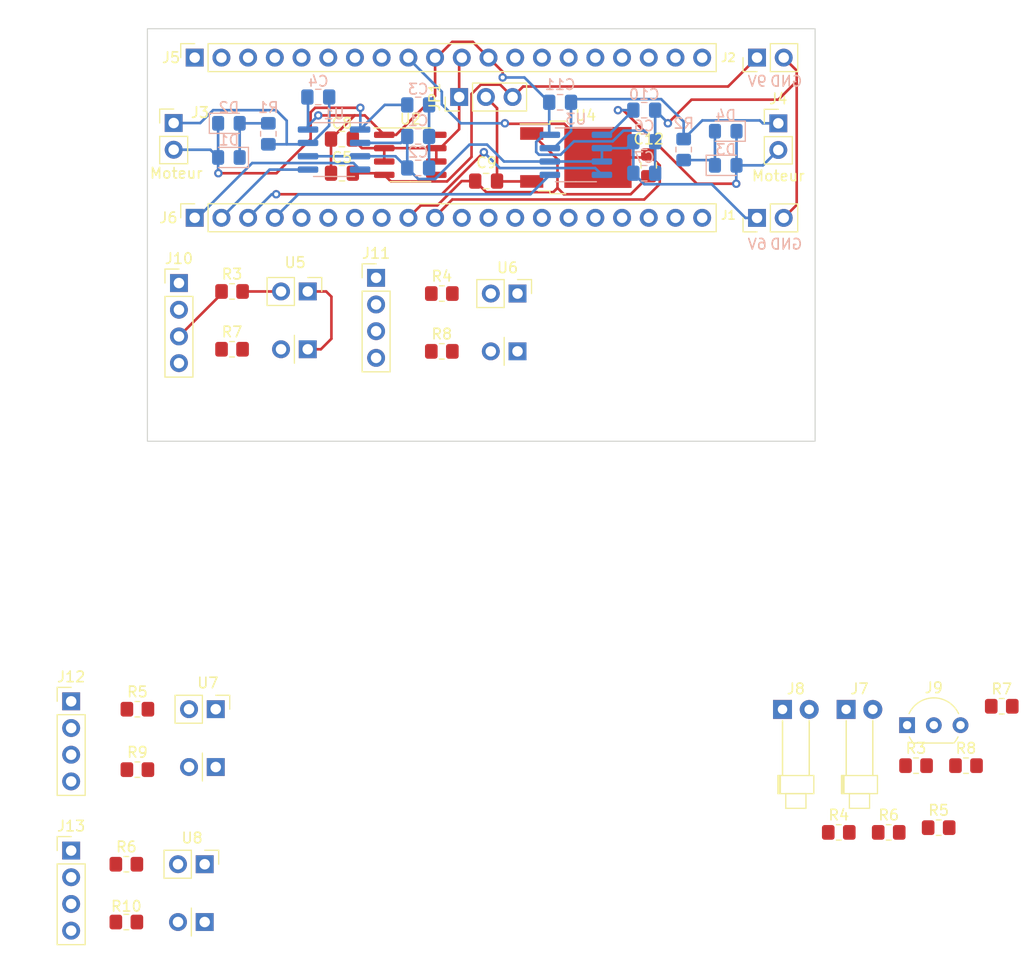
<source format=kicad_pcb>
(kicad_pcb (version 20211014) (generator pcbnew)
  (layers (0 "F.Cu" signal) (1 "In1.Cu" signal) (2 "In2.Cu" signal) (31 "B.Cu" signal) (34 "B.Paste" user) (35 "F.Paste" user) (36 "B.SilkS" user "B.Silkscreen") (37 "F.SilkS" user "F.Silkscreen") (38 "B.Mask" user) (39 "F.Mask" user) (44 "Edge.Cuts" user))
  (net 0 "")
  (net 1 "/Carte Mere/6V")
  (net 2 "GND")
  (net 3 "Net-(C3-Pad1)")
  (net 4 "Net-(C4-Pad1)")
  (net 5 "/Carte Mere/9V")
  (net 6 "/Carte Mere/5V")
  (net 7 "Net-(C9-Pad1)")
  (net 8 "Net-(C10-Pad1)")
  (net 9 "Net-(C11-Pad1)")
  (net 10 "/Carte Mere/3.3V")
  (net 11 "Net-(D1-Pad1)")
  (net 12 "Net-(D3-Pad1)")
  (net 13 "/Carte Mere/P31_RX")
  (net 14 "/Carte Mere/P30_TX")
  (net 15 "/Carte Mere/P0")
  (net 16 "/Carte Mere/P1")
  (net 20 "Net-(J8-Pad1)")
  (net 22 "Net-(J8-Pad2)")
  (net 24 "Net-(J9-Pad1)")
  (net 26 "Net-(J9-Pad2)")
  (net 28 "Net-(J10-Pad1)")
  (net 30 "Net-(J10-Pad2)")
  (net 31 "/Capteur/P5")
  (net 32 "Net-(R3-Pad2)")
  (net 33 "/Capteur/P6")
  (net 34 "Net-(R4-Pad2)")
  (net 36 "/Carte Mere/P2")
  (net 37 "/Carte Mere/P3")
  (net 38 "/Carte Mere/P29_SDA")
  (net 39 "/Carte Mere/P28_SCL")
  (net 40 "/Carte Mere/P27")
  (net 41 "/Carte Mere/P26")
  (net 42 "/Carte Mere/P25")
  (net 43 "/Carte Mere/P24")
  (net 44 "/Carte Mere/P23")
  (net 45 "/Carte Mere/P22")
  (net 46 "/Carte Mere/P21")
  (net 47 "/Carte Mere/P20")
  (net 48 "/Carte Mere/P19")
  (net 49 "/Carte Mere/P18")
  (net 50 "/Carte Mere/P17")
  (net 51 "/Carte Mere/P16")
  (net 52 "/Carte Mere/P4")
  (net 53 "/Carte Mere/P5")
  (net 54 "/Carte Mere/P6")
  (net 55 "/Carte Mere/P7")
  (net 56 "/Carte Mere/RESET")
  (net 57 "/Carte Mere/P8")
  (net 58 "/Carte Mere/P9")
  (net 59 "/Carte Mere/P10")
  (net 60 "/Carte Mere/P11")
  (net 61 "/Carte Mere/P12")
  (net 62 "/Carte Mere/P13")
  (net 63 "/Carte Mere/P14")
  (net 64 "/Carte Mere/P15")
  (net 65 "/Capteur/P7")
  (net 66 "Net-(R5-Pad2)")
  (net 67 "/Capteur/A0")
  (net 68 "/Capteur/5V")
  (net 69 "/Capteur/P4")
  (net 76 "Net-(R6-Pad2)")
  (net 77 "/Capteur/A1")
  (net 78 "/Capteur/A2")
  (net 79 "/Capteur/A3")
  (footprint "Resistor_SMD:R_0805_2012Metric_Pad1.20x1.40mm_HandSolder" (layer "F.Cu") (at 176.6 119.87)
    (fp_text reference "R8")
    (fp_text value "10kΩ")
  )
  (footprint "Resistor_SMD:R_0805_2012Metric_Pad1.20x1.40mm_HandSolder" (layer "F.Cu") (at 164.5 126.22)
    (fp_text reference "R4")
    (fp_text value "10kΩ")
  )
  (footprint "Connector_PinHeader_2.54mm:PinHeader_1x02_P2.54mm_Vertical" (layer "F.Cu") (at 156.725 67.75 90)
    (fp_text reference "J1")
    (fp_text value "Alim 6V")
  )
  (footprint "Connector_PinHeader_2.54mm:PinHeader_1x02_P2.54mm_Vertical" (layer "F.Cu") (at 156.725 52.5 90)
    (fp_text reference "J2")
    (fp_text value "Alim 9V")
  )
  (footprint "Resistor_SMD:R_0805_2012Metric_Pad1.20x1.40mm_HandSolder" (layer "F.Cu") (at 96.75 129.25)
    (fp_text reference "R6")
    (fp_text value "500Ω")
  )
  (footprint "Connector_PinHeader_2.54mm:PinHeader_1x04_P2.54mm_Vertical" (layer "F.Cu") (at 91.5 127.95)
    (fp_text reference "J13")
    (fp_text value "Conn_01x04_Male")
  )
  (footprint "Package_SO:SOIC-8_3.9x4.9mm_P1.27mm" (layer "F.Cu") (at 123.75 61.75)
    (fp_text reference "U2")
    (fp_text value "MC33269DR2-5.0G")
  )
  (footprint "Connector_PinHeader_2.54mm:PinHeader_1x04_P2.54mm_Vertical" (layer "F.Cu") (at 91.5 113.75)
    (fp_text reference "J12")
    (fp_text value "Conn_01x04_Male")
  )
  (footprint "Resistor_SMD:R_0805_2012Metric_Pad1.20x1.40mm_HandSolder" (layer "F.Cu") (at 174 125.77)
    (fp_text reference "R5")
    (fp_text value "500Ω")
  )
  (footprint "Connector_PinHeader_2.54mm:PinHeader_1x04_P2.54mm_Vertical" (layer "F.Cu") (at 101.75 73.95)
    (fp_text reference "J10")
    (fp_text value "Conn_01x04_Male")
  )
  (footprint "Capacitor_SMD:C_0805_2012Metric_Pad1.18x1.45mm_HandSolder" (layer "F.Cu") (at 146.425 62.75 -90)
    (fp_text reference "C12")
    (fp_text value "10uf")
  )
  (footprint "Capacitor_SMD:C_0805_2012Metric_Pad1.18x1.45mm_HandSolder" (layer "F.Cu") (at 117.25 60.25 180)
    (fp_text reference "C8")
    (fp_text value "10uf")
  )
  (footprint "Connector_PinHeader_2.54mm:PinHeader_1x02_P2.54mm_Vertical" (layer "F.Cu") (at 158.75 58.75)
    (fp_text reference "J4")
    (fp_text value "Moteur")
  )
  (footprint "Capacitor_SMD:C_0805_2012Metric_Pad1.18x1.45mm_HandSolder" (layer "F.Cu") (at 130.9625 64.25 180)
    (fp_text reference "C9")
    (fp_text value "100nf")
  )
  (footprint "Connector_PinSocket_2.54mm:PinSocket_1x20_P2.54mm_Vertical" (layer "F.Cu") (at 103.25 52.5 90)
    (fp_text reference "J5")
    (fp_text value "01x20_Female")
  )
  (footprint "Resistor_SMD:R_0805_2012Metric_Pad1.20x1.40mm_HandSolder" (layer "F.Cu") (at 106.8 80.25)
    (fp_text reference "R7")
    (fp_text value "10kΩ")
  )
  (footprint "Connector_PinHeader_2.54mm:PinHeader_1x04_P2.54mm_Vertical" (layer "F.Cu") (at 120.5 73.45)
    (fp_text reference "J11")
    (fp_text value "Conn_01x04_Male")
  )
  (footprint "Connector_PinHeader_2.54mm:PinHeader_1x03_P2.54mm_Vertical" (layer "F.Cu") (at 128.4 56.25 90)
    (fp_text reference "JP1")
    (fp_text value "Jumper_3_Bridge")
  )
  (footprint "Resistor_SMD:R_0805_2012Metric_Pad1.20x1.40mm_HandSolder" (layer "F.Cu") (at 126.75 74.95)
    (fp_text reference "R4")
    (fp_text value "500Ω")
  )
  (footprint "Resistor_SMD:R_0805_2012Metric_Pad1.20x1.40mm_HandSolder" (layer "F.Cu") (at 180 114.22)
    (fp_text reference "R7")
    (fp_text value "500Ω")
  )
  (footprint "Resistor_SMD:R_0805_2012Metric_Pad1.20x1.40mm_HandSolder" (layer "F.Cu") (at 171.85 119.87)
    (fp_text reference "R3")
    (fp_text value "500Ω")
  )
  (footprint "Library:tcrt5000" (layer "F.Cu") (at 107.98 132.12 -90)
    (fp_text reference "U8")
    (fp_text value "TCRT5000")
  )
  (footprint "Library:tcrt5000" (layer "F.Cu") (at 117.78 77.62 -90)
    (fp_text reference "U5")
    (fp_text value "TCRT5000")
  )
  (footprint "Resistor_SMD:R_0805_2012Metric_Pad1.20x1.40mm_HandSolder" (layer "F.Cu") (at 97.8 120.25)
    (fp_text reference "R9")
    (fp_text value "10kΩ")
  )
  (footprint "Connector_PinSocket_2.54mm:PinSocket_1x20_P2.54mm_Vertical" (layer "F.Cu") (at 103.25 67.74 90)
    (fp_text reference "J6")
    (fp_text value "01x20_Female")
  )
  (footprint "LED_THT:LED_D1.8mm_W1.8mm_H2.4mm_Horizontal_O6.35mm_Z8.2mm" (layer "F.Cu") (at 159.15 114.52)
    (fp_text reference "J8")
    (fp_text value "IR204")
  )
  (footprint "Library:tcrt5000" (layer "F.Cu") (at 137.73 77.82 -90)
    (fp_text reference "U6")
    (fp_text value "TCRT5000")
  )
  (footprint "Resistor_SMD:R_0805_2012Metric_Pad1.20x1.40mm_HandSolder" (layer "F.Cu") (at 96.75 134.75)
    (fp_text reference "R10")
    (fp_text value "10kΩ")
  )
  (footprint "Package_TO_SOT_THT:TO-92L_Inline_Wide" (layer "F.Cu") (at 171 116.02)
    (fp_text reference "J9")
    (fp_text value "TL1838")
  )
  (footprint "Resistor_SMD:R_0805_2012Metric_Pad1.20x1.40mm_HandSolder" (layer "F.Cu") (at 97.8 114.5)
    (fp_text reference "R5")
    (fp_text value "500Ω")
  )
  (footprint "LED_THT:LED_D1.8mm_W1.8mm_H2.4mm_Horizontal_O6.35mm_Z8.2mm" (layer "F.Cu") (at 165.2 114.52)
    (fp_text reference "J7")
    (fp_text value "IR204")
  )
  (footprint "Resistor_SMD:R_0805_2012Metric_Pad1.20x1.40mm_HandSolder" (layer "F.Cu") (at 106.8 74.75)
    (fp_text reference "R3")
    (fp_text value "500Ω")
  )
  (footprint "Library:tcrt5000" (layer "F.Cu") (at 109.03 117.37 -90)
    (fp_text reference "U7")
    (fp_text value "TCRT5000")
  )
  (footprint "Resistor_SMD:R_0805_2012Metric_Pad1.20x1.40mm_HandSolder" (layer "F.Cu") (at 169.25 126.22)
    (fp_text reference "R6")
    (fp_text value "10kΩ")
  )
  (footprint "Connector_PinHeader_2.54mm:PinHeader_1x02_P2.54mm_Vertical" (layer "F.Cu") (at 101.25 58.725)
    (fp_text reference "J3")
    (fp_text value "Moteur")
  )
  (footprint "Capacitor_SMD:C_0805_2012Metric_Pad1.18x1.45mm_HandSolder" (layer "F.Cu") (at 117.25 63.5 180)
    (fp_text reference "C5")
    (fp_text value "0.33uf")
  )
  (footprint "Resistor_SMD:R_0805_2012Metric_Pad1.20x1.40mm_HandSolder" (layer "F.Cu") (at 126.75 80.45)
    (fp_text reference "R8")
    (fp_text value "10kΩ")
  )
  (footprint "Package_TO_SOT_SMD:TO-252-2" (layer "F.Cu") (at 139.5 62)
    (fp_text reference "U4")
    (fp_text value "LD1117S33TR_SOT223")
  )
  (footprint "Diode_SMD:D_0805_2012Metric_Pad1.15x1.40mm_HandSolder" (layer "B.Cu") (at 106.5 58.75)
    (fp_text reference "D2")
    (fp_text value "Rouge")
  )
  (footprint "Capacitor_SMD:C_0805_2012Metric_Pad1.18x1.45mm_HandSolder" (layer "B.Cu") (at 146 63.5)
    (fp_text reference "C7")
    (fp_text value "1uf")
  )
  (footprint "Package_SO:SOIC-8_3.9x4.9mm_P1.27mm" (layer "B.Cu") (at 116.5 61.25 180)
    (fp_text reference "U1")
    (fp_text value "ZXBM5210-S")
  )
  (footprint "Diode_SMD:D_0805_2012Metric_Pad1.15x1.40mm_HandSolder" (layer "B.Cu") (at 106.5 62 180)
    (fp_text reference "D1")
    (fp_text value "Verte")
  )
  (footprint "Capacitor_SMD:C_0805_2012Metric_Pad1.18x1.45mm_HandSolder" (layer "B.Cu") (at 138 56.75 180)
    (fp_text reference "C11")
    (fp_text value "0.1uf")
  )
  (footprint "Capacitor_SMD:C_0805_2012Metric_Pad1.18x1.45mm_HandSolder" (layer "B.Cu") (at 124.5 60)
    (fp_text reference "C1")
    (fp_text value "1uf")
  )
  (footprint "Capacitor_SMD:C_0805_2012Metric_Pad1.18x1.45mm_HandSolder" (layer "B.Cu") (at 124.5 57)
    (fp_text reference "C3")
    (fp_text value "0.1uf")
  )
  (footprint "Diode_SMD:D_0805_2012Metric_Pad1.15x1.40mm_HandSolder" (layer "B.Cu") (at 153.75 62.75)
    (fp_text reference "D3")
    (fp_text value "Verte")
  )
  (footprint "Resistor_SMD:R_0805_2012Metric_Pad1.20x1.40mm_HandSolder" (layer "B.Cu") (at 110.25 59.75 90)
    (fp_text reference "R1")
    (fp_text value "330")
  )
  (footprint "Capacitor_SMD:C_0805_2012Metric_Pad1.18x1.45mm_HandSolder" (layer "B.Cu") (at 146 57.5)
    (fp_text reference "C10")
    (fp_text value "0.1uf")
  )
  (footprint "Capacitor_SMD:C_0805_2012Metric_Pad1.18x1.45mm_HandSolder" (layer "B.Cu") (at 146 60.5)
    (fp_text reference "C6")
    (fp_text value "1uf")
  )
  (footprint "Capacitor_SMD:C_0805_2012Metric_Pad1.18x1.45mm_HandSolder" (layer "B.Cu") (at 115 56.25 180)
    (fp_text reference "C4")
    (fp_text value "0.1uf")
  )
  (footprint "Diode_SMD:D_0805_2012Metric_Pad1.15x1.40mm_HandSolder" (layer "B.Cu") (at 153.75 59.5 180)
    (fp_text reference "D4")
    (fp_text value "Rouge")
  )
  (footprint "Capacitor_SMD:C_0805_2012Metric_Pad1.18x1.45mm_HandSolder" (layer "B.Cu") (at 124.5 63)
    (fp_text reference "C2")
    (fp_text value "1uf")
  )
  (footprint "Resistor_SMD:R_0805_2012Metric_Pad1.20x1.40mm_HandSolder" (layer "B.Cu") (at 149.75 61.25 -90)
    (fp_text reference "R2")
    (fp_text value "330")
  )
  (footprint "Package_SO:SOIC-8_3.9x4.9mm_P1.27mm" (layer "B.Cu") (at 139.5 61.75 180)
    (fp_text reference "U3")
    (fp_text value "ZXBM5210-S")
  )
  (gr_rect (start 98.75 49.75) (end 162.25 89) (layer "Edge.Cuts") (width 0.1) (fill none))
  (gr_text "6V\n" (at 156.75 70.25) (layer "B.SilkS") (effects (font (size 1 1)) (justify mirror)))
  (gr_text "GND" (at 159.5 54.75) (layer "B.SilkS") (effects (font (size 1 1)) (justify mirror)))
  (gr_text "9V\n" (at 156.75 54.75) (layer "B.SilkS") (effects (font (size 1 1)) (justify mirror)))
  (gr_text "GND" (at 159.5 70.25) (layer "B.SilkS") (effects (font (size 1 1)) (justify mirror)))
  (gr_text "Moteur\n" (at 101.5 63.5) (layer "F.SilkS") (effects (font (size 1 1))))
  (gr_text "Moteur\n" (at 158.75 63.75) (layer "F.SilkS") (effects (font (size 1 1))))
  (segment (start 123.4625 63) (end 123.4625 60) (width 0.25) (layer "B.Cu") (net 1))
  (segment (start 118.975 61.885) (end 114.025 61.885) (width 0.25) (layer "B.Cu") (net 1))
  (segment (start 131.050103 60.775489) (end 129.387004 60.775489) (width 0.25) (layer "B.Cu") (net 1))
  (segment (start 126.112973 64.04952) (end 124.51202 64.04952) (width 0.25) (layer "B.Cu") (net 1))
  (segment (start 118.975 61.885) (end 122.3475 61.885) (width 0.25) (layer "B.Cu") (net 1))
  (segment (start 122.3475 61.885) (end 123.4625 63) (width 0.25) (layer "B.Cu") (net 1))
  (segment (start 122.8475 60.615) (end 118.975 60.615) (width 0.25) (layer "B.Cu") (net 1))
  (segment (start 129.387004 60.775489) (end 126.112973 64.04952) (width 0.25) (layer "B.Cu") (net 1))
  (segment (start 152.42452 64.54952) (end 146.01202 64.54952) (width 0.25) (layer "B.Cu") (net 1))
  (segment (start 156.725 67.75) (end 155.625 67.75) (width 0.25) (layer "B.Cu") (net 1))
  (segment (start 132.659614 62.385) (end 131.050103 60.775489) (width 0.25) (layer "B.Cu") (net 1))
  (segment (start 146.01202 64.54952) (end 144.9625 63.5) (width 0.25) (layer "B.Cu") (net 1))
  (segment (start 137.025 62.385) (end 132.659614 62.385) (width 0.25) (layer "B.Cu") (net 1))
  (segment (start 144.3475 61.115) (end 144.9625 60.5) (width 0.25) (layer "B.Cu") (net 1))
  (segment (start 144.9625 60.5) (end 144.9625 63.5) (width 0.25) (layer "B.Cu") (net 1))
  (segment (start 124.51202 64.04952) (end 123.4625 63) (width 0.25) (layer "B.Cu") (net 1))
  (segment (start 137.025 62.385) (end 141.975 62.385) (width 0.25) (layer "B.Cu") (net 1))
  (segment (start 141.975 62.385) (end 141.975 61.115) (width 0.25) (layer "B.Cu") (net 1))
  (segment (start 141.975 61.115) (end 144.3475 61.115) (width 0.25) (layer "B.Cu") (net 1))
  (segment (start 123.4625 60) (end 122.8475 60.615) (width 0.25) (layer "B.Cu") (net 1))
  (segment (start 155.625 67.75) (end 152.42452 64.54952) (width 0.25) (layer "B.Cu") (net 1))
  (segment (start 122.405 59.845) (end 126.11 56.14) (width 0.25) (layer "F.Cu") (net 2))
  (segment (start 115.75 74.75) (end 116.25 75.25) (width 0.25) (layer "F.Cu") (net 2))
  (segment (start 126.11 52.5) (end 126.25 52.5) (width 0.25) (layer "F.Cu") (net 2))
  (segment (start 137.349502 65.29952) (end 130.97452 65.29952) (width 0.25) (layer "F.Cu") (net 2))
  (segment (start 144.7125 65.5) (end 146.425 63.7875) (width 0.25) (layer "F.Cu") (net 2))
  (segment (start 128.635718 64.25) (end 126.320229 66.565489) (width 0.25) (layer "F.Cu") (net 2))
  (segment (start 150.5 56.5) (end 148.25 58.75) (width 0.25) (layer "F.Cu") (net 2))
  (segment (start 135.3 59.72) (end 137.75 62.17) (width 0.25) (layer "F.Cu") (net 2))
  (segment (start 160.5 53.735) (end 159.265 52.5) (width 0.25) (layer "F.Cu") (net 2))
  (segment (start 137.75 64.899022) (end 137.349502 65.29952) (width 0.25) (layer "F.Cu") (net 2))
  (segment (start 121.275 59.845) (end 122.405 59.845) (width 0.25) (layer "F.Cu") (net 2))
  (segment (start 126.320229 66.565489) (end 124.744511 66.565489) (width 0.25) (layer "F.Cu") (net 2))
  (segment (start 115 58) (end 118.4625 58) (width 0.25) (layer "F.Cu") (net 2))
  (segment (start 132.537472 54.389132) (end 132.537472 53.847472) (width 0.25) (layer "F.Cu") (net 2))
  (segment (start 116.2125 60.25) (end 118.4625 58) (width 0.25) (layer "F.Cu") (net 2))
  (segment (start 137.75 62.17) (end 137.75 64.899022) (width 0.25) (layer "F.Cu") (net 2))
  (segment (start 116.2125 60.25) (end 116.2125 63.5) (width 0.25) (layer "F.Cu") (net 2))
  (segment (start 160.5 54.75) (end 158.75 56.5) (width 0.25) (layer "F.Cu") (net 2))
  (segment (start 116.25 75.25) (end 116.25 79.25) (width 0.25) (layer "F.Cu") (net 2))
  (segment (start 129.925 64.25) (end 128.635718 64.25) (width 0.25) (layer "F.Cu") (net 2))
  (segment (start 160.5 66.515) (end 160.5 53.735) (width 0.25) (layer "F.Cu") (net 2))
  (segment (start 132.537472 53.847472) (end 131.19 52.5) (width 0.25) (layer "F.Cu") (net 2))
  (segment (start 119.43 58) (end 121.275 59.845) (width 0.25) (layer "F.Cu") (net 2))
  (segment (start 159.265 67.75) (end 160.5 66.515) (width 0.25) (layer "F.Cu") (net 2))
  (segment (start 127.75 51) (end 129.69 51) (width 0.25) (layer "F.Cu") (net 2))
  (segment (start 158.75 56.5) (end 150.5 56.5) (width 0.25) (layer "F.Cu") (net 2))
  (segment (start 116.25 79.25) (end 115.25 80.25) (width 0.25) (layer "F.Cu") (net 2))
  (segment (start 124.744511 66.565489) (end 123.57 67.74) (width 0.25) (layer "F.Cu") (net 2))
  (segment (start 115.25 80.25) (end 114 80.25) (width 0.25) (layer "F.Cu") (net 2))
  (segment (start 130.97452 65.29952) (end 129.925 64.25) (width 0.25) (layer "F.Cu") (net 2))
  (segment (start 137.75 64.899022) (end 138.350978 65.5) (width 0.25) (layer "F.Cu") (net 2))
  (segment (start 129.69 51) (end 131.19 52.5) (width 0.25) (layer "F.Cu") (net 2))
  (segment (start 126.11 56.14) (end 126.11 52.5) (width 0.25) (layer "F.Cu") (net 2))
  (segment (start 138.350978 65.5) (end 144.7125 65.5) (width 0.25) (layer "F.Cu") (net 2))
  (segment (start 126.25 52.5) (end 127.75 51) (width 0.25) (layer "F.Cu") (net 2))
  (segment (start 118.4625 58) (end 119.43 58) (width 0.25) (layer "F.Cu") (net 2))
  (segment (start 114 74.75) (end 115.75 74.75) (width 0.25) (layer "F.Cu") (net 2))
  (via (at 132.537472 54.389132) (size 0.8) (drill 0.4) (layers "F.Cu" "B.Cu") (net 2))
  (via (at 148.25 58.75) (size 0.8) (drill 0.4) (layers "F.Cu" "B.Cu") (net 2))
  (via (at 115 58) (size 0.8) (drill 0.4) (layers "F.Cu" "B.Cu") (net 2))
  (segment (start 148.25 58.75) (end 148.25 58.7125) (width 0.25) (layer "B.Cu") (net 2))
  (segment (start 147.0375 60.5) (end 145.98798 59.45048) (width 0.25) (layer "B.Cu") (net 2))
  (segment (start 138.046552 61.73952) (end 135.98952 61.73952) (width 0.25) (layer "B.Cu") (net 2))
  (segment (start 125.5375 60) (end 125.5375 63) (width 0.25) (layer "B.Cu") (net 2))
  (segment (start 114.025 59.345) (end 114.025 58.975) (width 0.25) (layer "B.Cu") (net 2))
  (segment (start 139.316552 60.46952) (end 138.046552 61.73952) (width 0.25) (layer "B.Cu") (net 2))
  (segment (start 135.98952 61.73952) (end 135.72548 61.47548) (width 0.25) (layer "B.Cu") (net 2))
  (segment (start 136.9625 59.7125) (end 137.025 59.775) (width 0.25) (layer "B.Cu") (net 2))
  (segment (start 135.72548 60.52452) (end 136.405 59.845) (width 0.25) (layer "B.Cu") (net 2))
  (segment (start 135.72548 61.47548) (end 135.72548 60.52452) (width 0.25) (layer "B.Cu") (net 2))
  (segment (start 136.405 59.845) (end 137.025 59.845) (width 0.25) (layer "B.Cu") (net 2))
  (segment (start 145.98798 59.45048) (end 144.015592 59.45048) (width 0.25) (layer "B.Cu") (net 2))
  (segment (start 134.601632 54.389132) (end 132.537472 54.389132) (width 0.25) (layer "B.Cu") (net 2))
  (segment (start 147.0375 63.5) (end 147.0375 60.5) (width 0.25) (layer "B.Cu") (net 2))
  (segment (start 114.025 56.3125) (end 113.9625 56.25) (width 0.25) (layer "B.Cu") (net 2))
  (segment (start 142.996552 60.46952) (end 139.316552 60.46952) (width 0.25) (layer "B.Cu") (net 2))
  (segment (start 137.025 59.775) (end 137.025 59.845) (width 0.25) (layer "B.Cu") (net 2))
  (segment (start 144.015592 59.45048) (end 142.996552 60.46952) (width 0.25) (layer "B.Cu") (net 2))
  (segment (start 147.0375 60.5) (end 147.0375 57.5) (width 0.25) (layer "B.Cu") (net 2))
  (segment (start 136.9625 56.75) (end 134.601632 54.389132) (width 0.25) (layer "B.Cu") (net 2))
  (segment (start 148.25 58.7125) (end 147.0375 57.5) (width 0.25) (layer "B.Cu") (net 2))
  (segment (start 136.9625 56.75) (end 136.9625 59.7125) (width 0.25) (layer "B.Cu") (net 2))
  (segment (start 114.025 59.345) (end 114.025 56.3125) (width 0.25) (layer "B.Cu") (net 2))
  (segment (start 125.5375 57) (end 125.5375 60) (width 0.25) (layer "B.Cu") (net 2))
  (segment (start 114.025 58.975) (end 115 58) (width 0.25) (layer "B.Cu") (net 2))
  (segment (start 114.275489 57.699897) (end 114.699886 57.2755) (width 0.25) (layer "F.Cu") (net 3))
  (segment (start 114.699886 57.2755) (end 119 57.2755) (width 0.25) (layer "F.Cu") (net 3))
  (segment (start 105.5 63.5) (end 111.024614 63.5) (width 0.25) (layer "F.Cu") (net 3))
  (segment (start 111.024614 63.5) (end 114.275489 60.249125) (width 0.25) (layer "F.Cu") (net 3))
  (segment (start 114.275489 60.249125) (end 114.275489 57.699897) (width 0.25) (layer "F.Cu") (net 3))
  (via (at 119 57.2755) (size 0.8) (drill 0.4) (layers "F.Cu" "B.Cu") (net 3))
  (via (at 105.5 63.5) (size 0.8) (drill 0.4) (layers "F.Cu" "B.Cu") (net 3))
  (segment (start 101.25 61.265) (end 104.74 61.265) (width 0.25) (layer "B.Cu") (net 3))
  (segment (start 118.975 59.345) (end 121.32 57) (width 0.25) (layer "B.Cu") (net 3))
  (segment (start 105.475 62) (end 105.475 63.475) (width 0.25) (layer "B.Cu") (net 3))
  (segment (start 104.74 61.265) (end 105.475 62) (width 0.25) (layer "B.Cu") (net 3))
  (segment (start 119 57.2755) (end 119 59.32) (width 0.25) (layer "B.Cu") (net 3))
  (segment (start 105.475 62) (end 105.475 58.75) (width 0.25) (layer "B.Cu") (net 3))
  (segment (start 105.475 63.475) (end 105.5 63.5) (width 0.25) (layer "B.Cu") (net 3))
  (segment (start 121.32 57) (end 123.4625 57) (width 0.25) (layer "B.Cu") (net 3))
  (segment (start 119 59.32) (end 118.975 59.345) (width 0.25) (layer "B.Cu") (net 3))
  (segment (start 105 57.5) (end 111 57.5) (width 0.25) (layer "B.Cu") (net 4))
  (segment (start 111 57.5) (end 112 58.5) (width 0.25) (layer "B.Cu") (net 4))
  (segment (start 116.0375 58.978572) (end 114.401072 60.615) (width 0.25) (layer "B.Cu") (net 4))
  (segment (start 110.25 60.75) (end 113.89 60.75) (width 0.25) (layer "B.Cu") (net 4))
  (segment (start 114.401072 60.615) (end 114.025 60.615) (width 0.25) (layer "B.Cu") (net 4))
  (segment (start 101.25 58.725) (end 103.775 58.725) (width 0.25) (layer "B.Cu") (net 4))
  (segment (start 113.89 60.75) (end 114.025 60.615) (width 0.25) (layer "B.Cu") (net 4))
  (segment (start 103.775 58.725) (end 105 57.5) (width 0.25) (layer "B.Cu") (net 4))
  (segment (start 112 58.5) (end 112 60.75) (width 0.25) (layer "B.Cu") (net 4))
  (segment (start 116.0375 56.25) (end 116.0375 58.978572) (width 0.25) (layer "B.Cu") (net 4))
  (segment (start 127.246552 64.27952) (end 121.89952 64.27952) (width 0.25) (layer "F.Cu") (net 5))
  (segment (start 121.12 63.5) (end 121.275 63.655) (width 0.25) (layer "F.Cu") (net 5))
  (segment (start 153.975 55.25) (end 134.48 55.25) (width 0.25) (layer "F.Cu") (net 5))
  (segment (start 134.48 55.25) (end 133.48 56.25) (width 0.25) (layer "F.Cu") (net 5))
  (segment (start 121.89952 64.27952) (end 121.275 63.655) (width 0.25) (layer "F.Cu") (net 5))
  (segment (start 129.574511 55.954479) (end 129.574511 61.951561) (width 0.25) (layer "F.Cu") (net 5))
  (segment (start 130.453501 55.075489) (end 129.574511 55.954479) (width 0.25) (layer "F.Cu") (net 5))
  (segment (start 118.2875 63.5) (end 121.12 63.5) (width 0.25) (layer "F.Cu") (net 5))
  (segment (start 133.48 56.25) (end 132.305489 55.075489) (width 0.25) (layer "F.Cu") (net 5))
  (segment (start 156.725 52.5) (end 153.975 55.25) (width 0.25) (layer "F.Cu") (net 5))
  (segment (start 132.305489 55.075489) (end 130.453501 55.075489) (width 0.25) (layer "F.Cu") (net 5))
  (segment (start 129.574511 61.951561) (end 127.246552 64.27952) (width 0.25) (layer "F.Cu") (net 5))
  (segment (start 118.2875 60.25) (end 119.1525 61.115) (width 0.25) (layer "F.Cu") (net 6))
  (segment (start 128.4 52.75) (end 128.65 52.5) (width 0.25) (layer "F.Cu") (net 6))
  (segment (start 128.4 56.25) (end 128.4 52.75) (width 0.25) (layer "F.Cu") (net 6))
  (segment (start 126.225 62.385) (end 126.225 61.115) (width 0.25) (layer "F.Cu") (net 6))
  (segment (start 126.225 61.115) (end 126.601072 61.115) (width 0.25) (layer "F.Cu") (net 6))
  (segment (start 121.275 61.115) (end 126.225 61.115) (width 0.25) (layer "F.Cu") (net 6))
  (segment (start 128.4 59.316072) (end 128.4 56.25) (width 0.25) (layer "F.Cu") (net 6))
  (segment (start 126.601072 61.115) (end 128.4 59.316072) (width 0.25) (layer "F.Cu") (net 6))
  (segment (start 119.1525 61.115) (end 121.275 61.115) (width 0.25) (layer "F.Cu") (net 6))
  (segment (start 121.275 61.115) (end 121.275 62.385) (width 0.25) (layer "F.Cu") (net 6))
  (segment (start 132 64.25) (end 132.03 64.28) (width 0.25) (layer "F.Cu") (net 7))
  (segment (start 130.94 56.25) (end 132 57.31) (width 0.25) (layer "F.Cu") (net 7))
  (segment (start 132.03 64.28) (end 135.3 64.28) (width 0.25) (layer "F.Cu") (net 7))
  (segment (start 132 57.31) (end 132 64.25) (width 0.25) (layer "F.Cu") (net 7))
  (segment (start 148.5 62) (end 151 64.5) (width 0.25) (layer "F.Cu") (net 8))
  (segment (start 143.5 57.5) (end 144 57.5) (width 0.25) (layer "F.Cu") (net 8))
  (segment (start 144 57.5) (end 148.5 62) (width 0.25) (layer "F.Cu") (net 8))
  (segment (start 151 64.5) (end 154.75 64.5) (width 0.25) (layer "F.Cu") (net 8))
  (via (at 143.5 57.5) (size 0.8) (drill 0.4) (layers "F.Cu" "B.Cu") (net 8))
  (via (at 154.75 64.5) (size 0.8) (drill 0.4) (layers "F.Cu" "B.Cu") (net 8))
  (segment (start 154.775 62.75) (end 154.775 59.5) (width 0.25) (layer "B.Cu") (net 8))
  (segment (start 154.79 62.765) (end 154.775 62.75) (width 0.25) (layer "B.Cu") (net 8))
  (segment (start 158.75 61.29) (end 157.29 62.75) (width 0.25) (layer "B.Cu") (net 8))
  (segment (start 154.75 64.5) (end 154.75 62.775) (width 0.25) (layer "B.Cu") (net 8))
  (segment (start 154.75 62.775) (end 154.775 62.75) (width 0.25) (layer "B.Cu") (net 8))
  (segment (start 142.6175 59.845) (end 144.9625 57.5) (width 0.25) (layer "B.Cu") (net 8))
  (segment (start 157.29 62.75) (end 154.775 62.75) (width 0.25) (layer "B.Cu") (net 8))
  (segment (start 141.975 59.845) (end 142.6175 59.845) (width 0.25) (layer "B.Cu") (net 8))
  (segment (start 144.9625 57.5) (end 143.5 57.5) (width 0.25) (layer "B.Cu") (net 8))
  (segment (start 139.0375 56.75) (end 139.33702 56.45048) (width 0.25) (layer "B.Cu") (net 9))
  (segment (start 149.75 58.587507) (end 149.75 60.25) (width 0.25) (layer "B.Cu") (net 9))
  (segment (start 137.401072 61.115) (end 139.0375 59.478572) (width 0.25) (layer "B.Cu") (net 9))
  (segment (start 157.00048 58.47548) (end 157.275 58.75) (width 0.25) (layer "B.Cu") (net 9))
  (segment (start 151.52452 58.47548) (end 149.75 60.25) (width 0.25) (layer "B.Cu") (net 9))
  (segment (start 157.275 58.75) (end 158.75 58.75) (width 0.25) (layer "B.Cu") (net 9))
  (segment (start 137.025 61.115) (end 137.401072 61.115) (width 0.25) (layer "B.Cu") (net 9))
  (segment (start 139.33702 56.45048) (end 147.612973 56.45048) (width 0.25) (layer "B.Cu") (net 9))
  (segment (start 147.612973 56.45048) (end 149.75 58.587507) (width 0.25) (layer "B.Cu") (net 9))
  (segment (start 139.0375 59.478572) (end 139.0375 56.75) (width 0.25) (layer "B.Cu") (net 9))
  (segment (start 157.00048 58.47548) (end 151.52452 58.47548) (width 0.25) (layer "B.Cu") (net 9))
  (segment (start 138.395489 58.795489) (end 132.795489 58.795489) (width 0.25) (layer "F.Cu") (net 10))
  (segment (start 132.795489 58.795489) (end 132.75 58.75) (width 0.25) (layer "F.Cu") (net 10))
  (segment (start 127.75 66) (end 126.11 67.64) (width 0.25) (layer "F.Cu") (net 10))
  (segment (start 126.11 67.64) (end 126.11 67.74) (width 0.25) (layer "F.Cu") (net 10))
  (segment (start 141.6 62) (end 138.395489 58.795489) (width 0.25) (layer "F.Cu") (net 10))
  (segment (start 146.425 61.7125) (end 147.47452 62.76202) (width 0.25) (layer "F.Cu") (net 10))
  (segment (start 146 66) (end 127.75 66) (width 0.25) (layer "F.Cu") (net 10))
  (segment (start 146.1375 62) (end 141.6 62) (width 0.25) (layer "F.Cu") (net 10))
  (segment (start 147.47452 62.76202) (end 147.47452 64.52548) (width 0.25) (layer "F.Cu") (net 10))
  (segment (start 147.47452 64.52548) (end 146 66) (width 0.25) (layer "F.Cu") (net 10))
  (segment (start 146.425 61.7125) (end 146.1375 62) (width 0.25) (layer "F.Cu") (net 10))
  (via (at 132.75 58.75) (size 0.8) (drill 0.4) (layers "F.Cu" "B.Cu") (net 10))
  (segment (start 123.57 52.57) (end 123.57 52.5) (width 0.25) (layer "B.Cu") (net 10))
  (segment (start 126.75 55.75) (end 123.57 52.57) (width 0.25) (layer "B.Cu") (net 10))
  (segment (start 126.75 56.949022) (end 126.75 55.75) (width 0.25) (layer "B.Cu") (net 10))
  (segment (start 128.550978 58.75) (end 126.75 56.949022) (width 0.25) (layer "B.Cu") (net 10))
  (segment (start 132.75 58.75) (end 128.550978 58.75) (width 0.25) (layer "B.Cu") (net 10))
  (segment (start 107.525 58.75) (end 107.525 62) (width 0.25) (layer "B.Cu") (net 11))
  (segment (start 110.25 58.75) (end 107.525 58.75) (width 0.25) (layer "B.Cu") (net 11))
  (segment (start 149.75 62.25) (end 152.225 62.25) (width 0.25) (layer "B.Cu") (net 12))
  (segment (start 152.225 62.25) (end 152.725 62.75) (width 0.25) (layer "B.Cu") (net 12))
  (segment (start 152.725 62.75) (end 152.725 59.5) (width 0.25) (layer "B.Cu") (net 12))
  (segment (start 103.51 67.74) (end 103.25 67.74) (width 0.25) (layer "B.Cu") (net 15))
  (segment (start 108.71952 62.53048) (end 103.51 67.74) (width 0.25) (layer "B.Cu") (net 15))
  (segment (start 118.975 63.155) (end 118.35048 62.53048) (width 0.25) (layer "B.Cu") (net 15))
  (segment (start 118.35048 62.53048) (end 108.71952 62.53048) (width 0.25) (layer "B.Cu") (net 15))
  (segment (start 110.375 63.155) (end 114.025 63.155) (width 0.25) (layer "B.Cu") (net 16))
  (segment (start 105.79 67.74) (end 110.375 63.155) (width 0.25) (layer "B.Cu") (net 16))
  (segment (start 107.8 74.75) (end 111.46 74.75) (width 0.25) (layer "F.Cu") (net 32))
  (segment (start 111 65.5) (end 126.75 65.5) (width 0.25) (layer "F.Cu") (net 36))
  (segment (start 126.75 65.5) (end 130.75 61.5) (width 0.25) (layer "F.Cu") (net 36))
  (via (at 111 65.5) (size 0.8) (drill 0.4) (layers "F.Cu" "B.Cu") (net 36))
  (via (at 130.75 61.5) (size 0.8) (drill 0.4) (layers "F.Cu" "B.Cu") (net 36))
  (segment (start 130.75 61.5) (end 132.25952 63.00952) (width 0.25) (layer "B.Cu") (net 36))
  (segment (start 110.57 65.5) (end 111 65.5) (width 0.25) (layer "B.Cu") (net 36))
  (segment (start 132.25952 63.00952) (end 141.32952 63.00952) (width 0.25) (layer "B.Cu") (net 36))
  (segment (start 141.32952 63.00952) (end 141.975 63.655) (width 0.25) (layer "B.Cu") (net 36))
  (segment (start 108.33 67.74) (end 110.57 65.5) (width 0.25) (layer "B.Cu") (net 36))
  (segment (start 135.18 65.5) (end 113.11 65.5) (width 0.25) (layer "B.Cu") (net 37))
  (segment (start 137.025 63.655) (end 135.18 65.5) (width 0.25) (layer "B.Cu") (net 37))
  (segment (start 113.11 65.5) (end 110.87 67.74) (width 0.25) (layer "B.Cu") (net 37))
  (segment (start 105.8 74.98) (end 105.8 74.75) (width 0.25) (layer "F.Cu") (net 69))
  (segment (start 101.75 79.03) (end 105.8 74.98) (width 0.25) (layer "F.Cu") (net 69))
)
</source>
